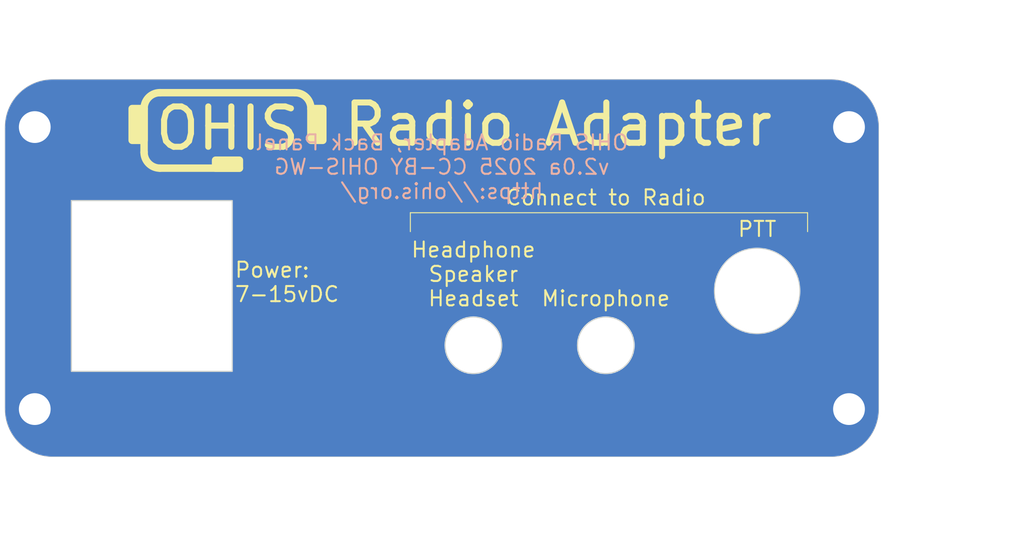
<source format=kicad_pcb>
(kicad_pcb (version 20241229) (generator "pcbnew") (generator_version "9.0")
  (layers (0 "F.Cu" signal) (2 "B.Cu" signal) (13 "F.Paste" user) (15 "B.Paste" user) (5 "F.SilkS" user "F.Silkscreen") (7 "B.SilkS" user "B.Silkscreen") (1 "F.Mask" user) (3 "B.Mask" user) (25 "Edge.Cuts" user))
  (net 0 "")
  (net 1 "GND")
  (footprint "Libraries:Conn_3.5mm_Panel_TRRS-PJ-393_C668609" (layer "F.Cu") (at 162.56 127)
    (property "Reference" "G1" (hide yes))
    (property "Value" "3.5mm TRRS Microphone")
    (fp_circle (center 0 -2.525) (end 2.85 -2.525) (stroke (width 0.12)) (fill no) (layer "Edge.Cuts"))
  )
  (footprint "MountingHole:MountingHole_3.2mm_M3_DIN965_Pad" (layer "F.Cu") (at 105.05 102.5)
    (property "Reference" "H1" (hide yes))
    (property "Value" "M3")
    (pad "1" thru_hole circle (at 0 0) (size 5.6 5.6) (drill 3.2) (layers "*.Cu" "*.Mask") (net 1 "GND"))
  )
  (footprint "Libraries:Board_100x88x38_Aluminum_Case_Panel" (layer "F.Cu") (at 146.05 116.7)
    (property "Reference" "G4" (hide yes))
    (property "Value" "Case Panel")
  )
  (footprint "Libraries:Conn_3.5mm_Panel_TRRS-PJ-393_C668609" (layer "F.Cu") (at 149.225 127)
    (property "Reference" "G3" (hide yes))
    (property "Value" "3.5mm TRRS Headphone")
    (fp_circle (center 0 -2.525) (end 2.85 -2.525) (stroke (width 0.12)) (fill no) (layer "Edge.Cuts"))
  )
  (footprint "MountingHole:MountingHole_3.2mm_M3_DIN965_Pad" (layer "F.Cu") (at 105.05 130.9)
    (property "Reference" "H3" (hide yes))
    (property "Value" "M3")
    (pad "1" thru_hole circle (at 0 0) (size 5.6 5.6) (drill 3.2) (layers "*.Cu" "*.Mask") (net 1 "GND"))
  )
  (footprint "OHIS:Logo_OHIS_Large" (layer "F.Cu") (at 124.46 102.584999)
    (property "Reference" "G7" (hide yes))
    (property "Value" "OHIS Logo" (hide yes))
    (fp_line (start -8.4 -1.95) (end -8.4 2.449999) (stroke (width 0.75)) (layer "F.SilkS"))
    (fp_line (start 1.199999 4.05) (end -6.799999 4.049999) (stroke (width 0.75)) (layer "F.SilkS"))
    (fp_line (start 6.799999 -3.549999) (end -6.8 -3.55) (stroke (width 0.75)) (layer "F.SilkS"))
    (fp_rect (start -8.4 -1.95) (end -9.6 1.25) (stroke (width 0.75)) (fill yes) (layer "F.SilkS"))
    (fp_rect (start 1.199999 3.25) (end -1.2 4.05) (stroke (width 0.75)) (fill yes) (layer "F.SilkS"))
    (fp_rect (start 9.599999 -1.949999) (end 8.399999 1.25) (stroke (width 0.75)) (fill yes) (layer "F.SilkS"))
    (fp_arc (start -8.4 -1.95) (mid -7.931371 -3.081371) (end -6.8 -3.55) (stroke (width 0.75)) (layer "F.SilkS"))
    (fp_arc (start -6.799999 4.049999) (mid -7.93137 3.58137) (end -8.399999 2.449999) (stroke (width 0.75)) (layer "F.SilkS"))
    (fp_arc (start 6.799999 -3.549999) (mid 7.93137 -3.08137) (end 8.399999 -1.949999) (stroke (width 0.75)) (layer "F.SilkS"))
    (fp_text user "OHIS" (at -0.000001 0.05 0) (layer "F.SilkS") (effects (font (size 4.064 4.064) (thickness 0.6096))))
  )
  (footprint "Libraries:Conn_RCA_Panel_Kobiconn_156-009x-E" (layer "F.Cu") (at 177.8 127)
    (property "Reference" "G6" (hide yes))
    (property "Value" "RCA PTT")
    (fp_circle (center 0 -8) (end 4.3 -8) (stroke (width 0.1)) (fill no) (layer "Edge.Cuts"))
  )
  (footprint "MountingHole:MountingHole_3.2mm_M3_DIN965_Pad" (layer "F.Cu") (at 187.05 102.5)
    (property "Reference" "H2" (hide yes))
    (property "Value" "M3")
    (pad "1" thru_hole circle (at 0 0) (size 5.6 5.6) (drill 3.2) (layers "*.Cu" "*.Mask") (net 1 "GND"))
  )
  (footprint "MountingHole:MountingHole_3.2mm_M3_DIN965_Pad" (layer "F.Cu") (at 187.05 130.9)
    (property "Reference" "H4" (hide yes))
    (property "Value" "M3")
    (pad "1" thru_hole circle (at 0 0) (size 5.6 5.6) (drill 3.2) (layers "*.Cu" "*.Mask") (net 1 "GND"))
  )
  (footprint "Libraries:Conn_Anderson_PP45-Dual_Panel" (layer "F.Cu") (at 116.84 127)
    (property "Reference" "G2" (hide yes))
    (property "Value" "Anderson Powerpole" (hide yes))
    (fp_rect (start -8.1 -17.1) (end 8.1 0.1) (stroke (width 0.12)) (fill no) (layer "Edge.Cuts"))
  )
  (gr_line (start 142.875 111.125) (end 182.88 111.125) (stroke (width 0.1)) (layer "F.SilkS"))
  (gr_line (start 182.88 111.125) (end 182.88 113.03) (stroke (width 0.1)) (layer "F.SilkS"))
  (gr_line (start 142.875 113.03) (end 142.875 111.125) (stroke (width 0.1)) (layer "F.SilkS"))
  (gr_arc (start 106.85 135.7) (mid 103.455887 134.294113) (end 102.05 130.9) (stroke (width 0.05)) (layer "Edge.Cuts"))
  (gr_line (start 190.05 130.9) (end 190.05 102.5) (stroke (width 0.05)) (layer "Edge.Cuts"))
  (gr_arc (start 102.05 102.5) (mid 103.455887 99.105887) (end 106.85 97.7) (stroke (width 0.05)) (layer "Edge.Cuts"))
  (gr_arc (start 185.25 97.7) (mid 188.644113 99.105887) (end 190.05 102.5) (stroke (width 0.05)) (layer "Edge.Cuts"))
  (gr_line (start 102.05 102.5) (end 102.05 130.9) (stroke (width 0.05)) (layer "Edge.Cuts"))
  (gr_line (start 106.85 135.7) (end 185.25 135.7) (stroke (width 0.05)) (layer "Edge.Cuts"))
  (gr_arc (start 190.05 130.9) (mid 188.644113 134.294113) (end 185.25 135.7) (stroke (width 0.05)) (layer "Edge.Cuts"))
  (gr_line (start 185.25 97.7) (end 106.85 97.7) (stroke (width 0.05)) (layer "Edge.Cuts"))
  (gr_text "Power:\n7-15vDC" (at 125.095 118.11 0) (layer "F.SilkS") (effects (font (size 1.524 1.524) (thickness 0.2032)) (justify left)))
  (gr_text "PTT" (at 177.8 113.665 0) (layer "F.SilkS") (effects (font (size 1.524 1.524) (thickness 0.2032)) (justify bottom)))
  (gr_text "Connect to Radio" (at 162.56 110.49 0) (layer "F.SilkS") (effects (font (size 1.524 1.524) (thickness 0.2032)) (justify bottom)))
  (gr_text "Microphone" (at 162.56 120.65 0) (layer "F.SilkS") (effects (font (size 1.524 1.524) (thickness 0.2032)) (justify bottom)))
  (gr_text "Headphone\nSpeaker\nHeadset" (at 149.225 120.65 0) (layer "F.SilkS") (effects (font (size 1.524 1.524) (thickness 0.2032)) (justify bottom)))
  (gr_text "Radio Adapter" (at 135.89 102.235 0) (layer "F.SilkS") (effects (font (size 4.064 4.064) (thickness 0.6096)) (justify left)))
  (gr_text "OHIS Radio Adapter, Back Panel\nv2.0a 2025 CC-BY OHIS-WG\nhttps://ohis.org/" (at 146.05 109.855 0) (layer "B.SilkS") (effects (font (size 1.524 1.524) (thickness 0.2032)) (justify bottom mirror)))
  (zone (net 1) (net_name "GND") (layers "F.Cu" "B.Cu") (connect_pads yes (clearance 0.5)) (min_thickness 0.25) (fill yes (thermal_gap 0.5) (thermal_bridge_width 0.5))
    (polygon (pts (xy 101.6 97.155) (xy 190.5 97.155) (xy 190.5 136.525) (xy 101.6 136.525)))
  )
)
</source>
